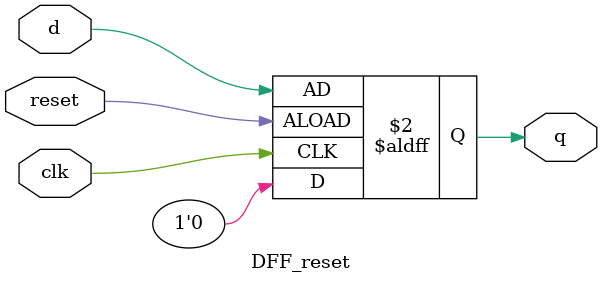
<source format=sv>
module DFF_reset(
    input  logic clk, reset,
    input  logic d,
    output logic q );
    
    always_ff @(posedge clk, negedge reset)
        if(reset) q <= 1'b0;
        else      q <= d;
endmodule
</source>
